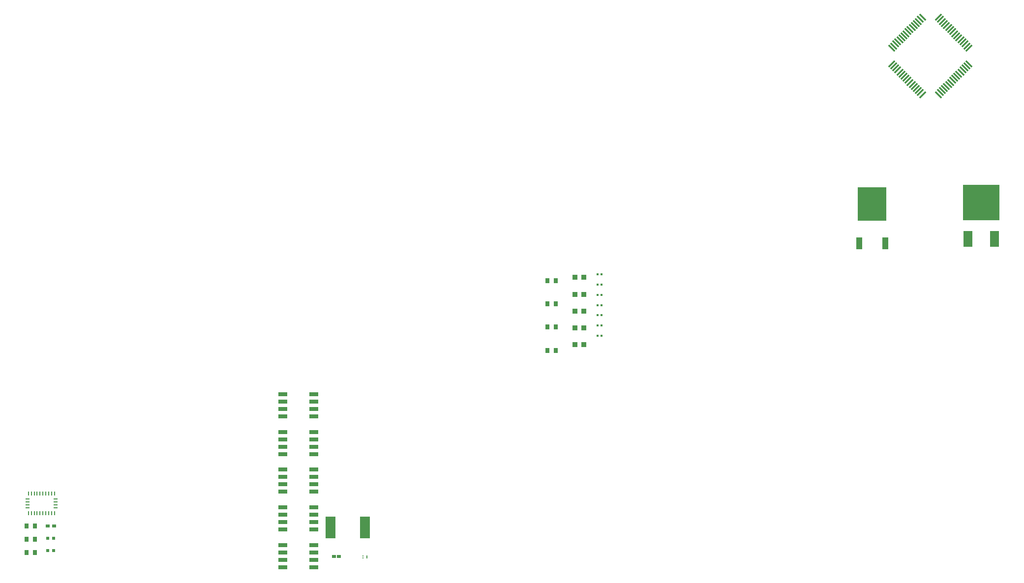
<source format=gbr>
%TF.GenerationSoftware,KiCad,Pcbnew,8.0.4*%
%TF.CreationDate,2024-08-13T00:07:41-07:00*%
%TF.ProjectId,RoboRyo,526f626f-5279-46f2-9e6b-696361645f70,rev?*%
%TF.SameCoordinates,Original*%
%TF.FileFunction,Paste,Top*%
%TF.FilePolarity,Positive*%
%FSLAX46Y46*%
G04 Gerber Fmt 4.6, Leading zero omitted, Abs format (unit mm)*
G04 Created by KiCad (PCBNEW 8.0.4) date 2024-08-13 00:07:41*
%MOMM*%
%LPD*%
G01*
G04 APERTURE LIST*
G04 Aperture macros list*
%AMRoundRect*
0 Rectangle with rounded corners*
0 $1 Rounding radius*
0 $2 $3 $4 $5 $6 $7 $8 $9 X,Y pos of 4 corners*
0 Add a 4 corners polygon primitive as box body*
4,1,4,$2,$3,$4,$5,$6,$7,$8,$9,$2,$3,0*
0 Add four circle primitives for the rounded corners*
1,1,$1+$1,$2,$3*
1,1,$1+$1,$4,$5*
1,1,$1+$1,$6,$7*
1,1,$1+$1,$8,$9*
0 Add four rect primitives between the rounded corners*
20,1,$1+$1,$2,$3,$4,$5,0*
20,1,$1+$1,$4,$5,$6,$7,0*
20,1,$1+$1,$6,$7,$8,$9,0*
20,1,$1+$1,$8,$9,$2,$3,0*%
G04 Aperture macros list end*
%ADD10R,1.700000X3.700000*%
%ADD11R,0.700000X0.500000*%
%ADD12R,0.475000X0.500000*%
%ADD13R,0.750000X0.600000*%
%ADD14R,0.650000X0.900000*%
%ADD15R,0.250000X0.150000*%
%ADD16R,0.250000X0.500000*%
%ADD17R,1.500000X0.650000*%
%ADD18R,0.950000X0.950000*%
%ADD19R,1.500000X2.800000*%
%ADD20R,6.300000X6.100000*%
%ADD21R,1.000000X2.100000*%
%ADD22R,4.900000X5.850000*%
%ADD23R,0.730000X0.940000*%
%ADD24R,0.460000X0.420000*%
%ADD25R,0.254000X0.675000*%
%ADD26R,0.675000X0.254000*%
%ADD27RoundRect,0.075000X0.441942X-0.548008X0.548008X-0.441942X-0.441942X0.548008X-0.548008X0.441942X0*%
%ADD28RoundRect,0.075000X-0.441942X-0.548008X0.548008X0.441942X0.441942X0.548008X-0.548008X-0.441942X0*%
G04 APERTURE END LIST*
D10*
%TO.C,S1*%
X115514000Y-114477000D03*
X121414000Y-114477000D03*
%TD*%
D11*
%TO.C,RSL1*%
X116064000Y-119450000D03*
X116964000Y-119450000D03*
%TD*%
D12*
%TO.C,R7*%
X66805000Y-118460000D03*
X67829000Y-118460000D03*
%TD*%
%TO.C,R6*%
X66805000Y-116310000D03*
X67829000Y-116310000D03*
%TD*%
D13*
%TO.C,R5*%
X66767000Y-114160000D03*
X67867000Y-114160000D03*
%TD*%
D14*
%TO.C,R4*%
X152825000Y-83950000D03*
X154275000Y-83950000D03*
%TD*%
%TO.C,R3*%
X152825000Y-79950000D03*
X154275000Y-79950000D03*
%TD*%
%TO.C,R2*%
X152825000Y-75950000D03*
X154275000Y-75950000D03*
%TD*%
%TO.C,R1*%
X152825000Y-71950000D03*
X154275000Y-71950000D03*
%TD*%
D15*
%TO.C,Q7*%
X121089000Y-119325000D03*
X121089000Y-119675000D03*
D16*
X121739000Y-119500000D03*
%TD*%
D17*
%TO.C,Q5*%
X107239000Y-117495000D03*
X107239000Y-118765000D03*
X107239000Y-120035000D03*
X107239000Y-121305000D03*
X112639000Y-121305000D03*
X112639000Y-120035000D03*
X112639000Y-118765000D03*
X112639000Y-117495000D03*
%TD*%
%TO.C,Q4*%
X107239000Y-110995000D03*
X107239000Y-112265000D03*
X107239000Y-113535000D03*
X107239000Y-114805000D03*
X112639000Y-114805000D03*
X112639000Y-113535000D03*
X112639000Y-112265000D03*
X112639000Y-110995000D03*
%TD*%
%TO.C,Q3*%
X107239000Y-104495000D03*
X107239000Y-105765000D03*
X107239000Y-107035000D03*
X107239000Y-108305000D03*
X112639000Y-108305000D03*
X112639000Y-107035000D03*
X112639000Y-105765000D03*
X112639000Y-104495000D03*
%TD*%
%TO.C,Q2*%
X107239000Y-97995000D03*
X107239000Y-99265000D03*
X107239000Y-100535000D03*
X107239000Y-101805000D03*
X112639000Y-101805000D03*
X112639000Y-100535000D03*
X112639000Y-99265000D03*
X112639000Y-97995000D03*
%TD*%
%TO.C,Q1*%
X107239000Y-91495000D03*
X107239000Y-92765000D03*
X107239000Y-94035000D03*
X107239000Y-95305000D03*
X112639000Y-95305000D03*
X112639000Y-94035000D03*
X112639000Y-92765000D03*
X112639000Y-91495000D03*
%TD*%
D18*
%TO.C,LED1-Y1*%
X157600000Y-83000000D03*
X159100000Y-83000000D03*
%TD*%
%TO.C,LED1-R1*%
X157600000Y-80100000D03*
X159100000Y-80100000D03*
%TD*%
%TO.C,LED1-G1*%
X157600000Y-77200000D03*
X159100000Y-77200000D03*
%TD*%
%TO.C,LED1-B1*%
X157600000Y-74300000D03*
X159100000Y-74300000D03*
%TD*%
%TO.C,LED1-A1*%
X157600000Y-71400000D03*
X159100000Y-71400000D03*
%TD*%
D19*
%TO.C,IC3*%
X225214000Y-64750000D03*
D20*
X227500000Y-58500000D03*
D19*
X229786000Y-64750000D03*
%TD*%
D21*
%TO.C,IC2*%
X206470000Y-65550001D03*
X211030000Y-65550001D03*
D22*
X208750000Y-58750000D03*
%TD*%
D23*
%TO.C,C16*%
X63157000Y-118810000D03*
X64577000Y-118810000D03*
%TD*%
%TO.C,C14*%
X63157000Y-116520000D03*
X64577000Y-116520000D03*
%TD*%
D24*
%TO.C,C13*%
X161455000Y-81455000D03*
X162115000Y-81455000D03*
%TD*%
%TO.C,C9*%
X161455000Y-79685000D03*
X162115000Y-79685000D03*
%TD*%
%TO.C,C6*%
X161455000Y-77915000D03*
X162115000Y-77915000D03*
%TD*%
%TO.C,C5*%
X161455000Y-76145000D03*
X162115000Y-76145000D03*
%TD*%
%TO.C,C4*%
X161455000Y-74375000D03*
X162115000Y-74375000D03*
%TD*%
%TO.C,C3*%
X161455000Y-72605000D03*
X162115000Y-72605000D03*
%TD*%
%TO.C,C2*%
X161455000Y-70835000D03*
X162115000Y-70835000D03*
%TD*%
D23*
%TO.C,C1*%
X63157000Y-114230000D03*
X64577000Y-114230000D03*
%TD*%
D25*
%TO.C,U4*%
X63487000Y-108652500D03*
D26*
X63349500Y-109565000D03*
X63349500Y-110065000D03*
X63349500Y-110565000D03*
X63349500Y-111065000D03*
D25*
X63487000Y-111977500D03*
X63987000Y-111977500D03*
X64487000Y-111977500D03*
X64987000Y-111977500D03*
X65487000Y-111977500D03*
X65987000Y-111977500D03*
X66487000Y-111977500D03*
X66987000Y-111977500D03*
X67487000Y-111977500D03*
X67987000Y-111977500D03*
D26*
X68124500Y-111065000D03*
X68124500Y-110565000D03*
X68124500Y-110065000D03*
X68124500Y-109565000D03*
D25*
X67987000Y-108652500D03*
X67487000Y-108652500D03*
X66987000Y-108652500D03*
X66487000Y-108652500D03*
X65987000Y-108652500D03*
X65487000Y-108652500D03*
X64987000Y-108652500D03*
X64487000Y-108652500D03*
X63987000Y-108652500D03*
%TD*%
D27*
%TO.C,U1*%
X212085519Y-31888819D03*
X212439072Y-31535266D03*
X212792625Y-31181713D03*
X213146179Y-30828159D03*
X213499732Y-30474606D03*
X213853286Y-30121052D03*
X214206839Y-29767499D03*
X214560392Y-29413946D03*
X214913946Y-29060392D03*
X215267499Y-28706839D03*
X215621052Y-28353286D03*
X215974606Y-27999732D03*
X216328159Y-27646179D03*
X216681713Y-27292625D03*
X217035266Y-26939072D03*
X217388819Y-26585519D03*
D28*
X220111181Y-26585519D03*
X220464734Y-26939072D03*
X220818287Y-27292625D03*
X221171841Y-27646179D03*
X221525394Y-27999732D03*
X221878948Y-28353286D03*
X222232501Y-28706839D03*
X222586054Y-29060392D03*
X222939608Y-29413946D03*
X223293161Y-29767499D03*
X223646714Y-30121052D03*
X224000268Y-30474606D03*
X224353821Y-30828159D03*
X224707375Y-31181713D03*
X225060928Y-31535266D03*
X225414481Y-31888819D03*
D27*
X225414481Y-34611181D03*
X225060928Y-34964734D03*
X224707375Y-35318287D03*
X224353821Y-35671841D03*
X224000268Y-36025394D03*
X223646714Y-36378948D03*
X223293161Y-36732501D03*
X222939608Y-37086054D03*
X222586054Y-37439608D03*
X222232501Y-37793161D03*
X221878948Y-38146714D03*
X221525394Y-38500268D03*
X221171841Y-38853821D03*
X220818287Y-39207375D03*
X220464734Y-39560928D03*
X220111181Y-39914481D03*
D28*
X217388819Y-39914481D03*
X217035266Y-39560928D03*
X216681713Y-39207375D03*
X216328159Y-38853821D03*
X215974606Y-38500268D03*
X215621052Y-38146714D03*
X215267499Y-37793161D03*
X214913946Y-37439608D03*
X214560392Y-37086054D03*
X214206839Y-36732501D03*
X213853286Y-36378948D03*
X213499732Y-36025394D03*
X213146179Y-35671841D03*
X212792625Y-35318287D03*
X212439072Y-34964734D03*
X212085519Y-34611181D03*
%TD*%
M02*

</source>
